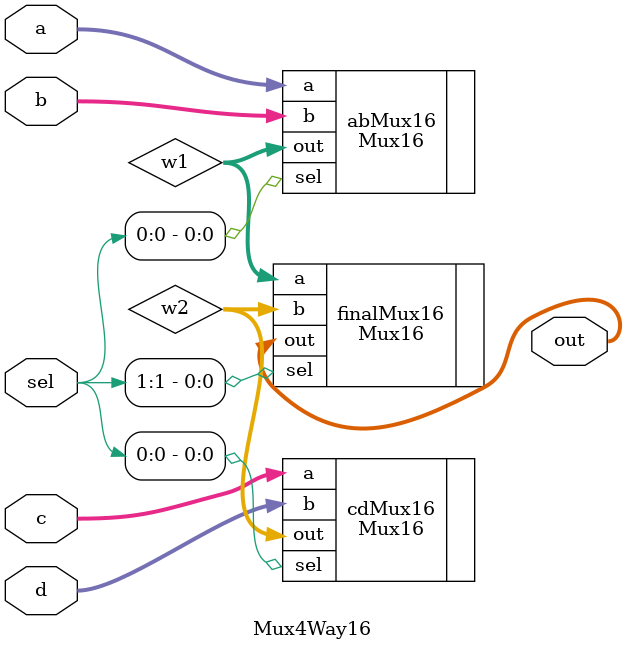
<source format=v>
module Mux4Way16 (a,b,c,d,sel,out);

	input [15:0] a,b,c,d;
	input [1:0] sel;
	output [15:0]out;
	wire [15:0] w1, w2;
	
	Mux16 abMux16(
	.a(a),
	.b(b),
	.sel(sel[0]),
	.out(w1));
	
	Mux16 cdMux16(
	.a(c),
	.b(d),
	.sel(sel[0]),
	.out(w2));
	
	Mux16 finalMux16(
	.a(w1),
	.b(w2),
	.sel(sel[1]),
	.out(out));


endmodule
</source>
